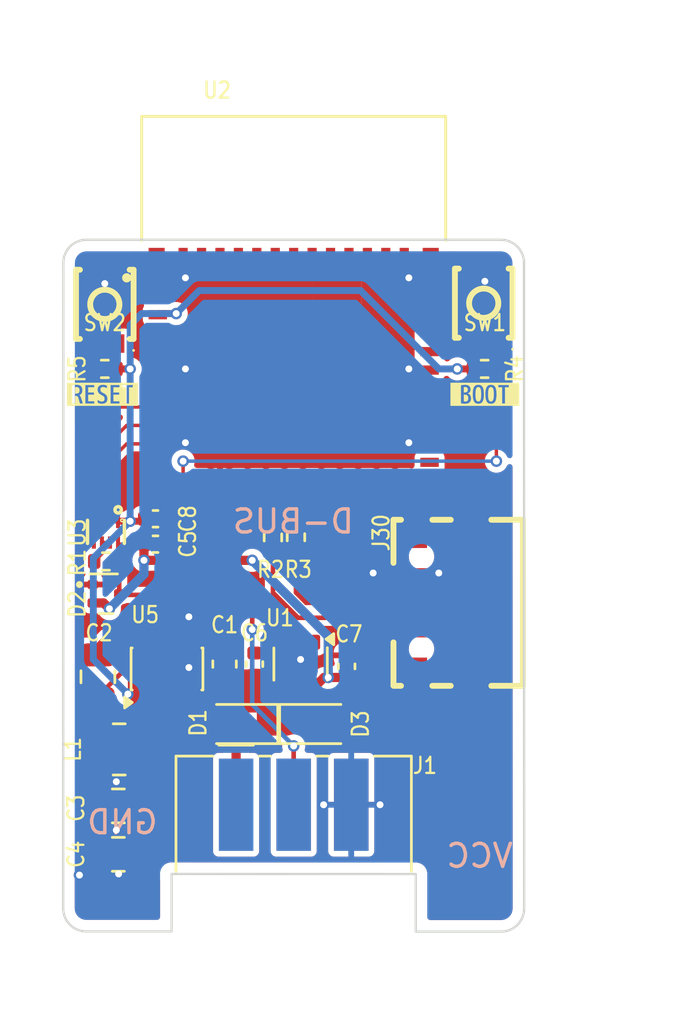
<source format=kicad_pcb>
(kicad_pcb (version 20241229) (generator "pcbnew") (generator_version "9.0")
  (layers (0 "F.Cu" signal) (2 "B.Cu" signal) (13 "F.Paste" user) (15 "B.Paste" user) (5 "F.SilkS" user "F.Silkscreen") (7 "B.SilkS" user "B.Silkscreen") (1 "F.Mask" user) (3 "B.Mask" user) (25 "Edge.Cuts" user))
  (net 0 "")
  (net 1 "Net-(U5-SW)")
  (net 2 "Net-(U5-BST)")
  (net 3 "VCC")
  (net 4 "GND")
  (net 5 "+5V")
  (net 6 "+3.3V")
  (net 27 "Net-(U3-B1)")
  (net 30 "DBUS-TX")
  (net 31 "D-BUS")
  (net 32 "DBUS-RX")
  (net 33 "USB-D-")
  (net 34 "USB-D+")
  (net 36 "Net-(D1-A)")
  (net 37 "Net-(D3-A)")
  (net 38 "Net-(U2-IO12)")
  (net 39 "Net-(U2-IO13)")
  (net 44 "BOOT")
  (net 45 "RESET")
  (footprint "Capacitor_SMD:C_0402_1005Metric" (layer "F.Cu") (at 124.3 79.5 90)
    (property "Reference" "C7" (at 1.4 0.1 0) (layer "F.SilkS") (effects (font (size 0.7 0.6) (thickness 0.1))))
    (property "Value" "1uF")
    (fp_line (start -0.107836 -0.36) (end 0.107836 -0.36) (stroke (width 0.12)) (layer "F.SilkS"))
    (fp_line (start -0.107836 0.36) (end 0.107836 0.36) (stroke (width 0.12)) (layer "F.SilkS"))
    (pad "1" smd roundrect (at -0.48 0 90) (size 0.56 0.62) (layers "F.Cu" "F.Mask" "F.Paste") (net 5 "+5V"))
    (pad "2" smd roundrect (at 0.48 0 90) (size 0.56 0.62) (layers "F.Cu" "F.Mask" "F.Paste") (net 4 "GND"))
  )
  (footprint "footprints:X2SON-8_L1.4-W1.0-P0.35-BL" (layer "F.Cu") (at 113.85 73.65 180)
    (property "Reference" "U3" (at 1.25 -0.05 90) (layer "F.SilkS") (effects (font (size 0.7 0.6) (thickness 0.1))))
    (property "Value" "TXS0102DQER")
    (fp_line (start 0.800076 -0.515316) (end 0.800076 0.484684) (stroke (width 0.150013)) (layer "F.SilkS"))
    (fp_line (start -0.799924 -0.515316) (end -0.799924 0.484684) (stroke (width 0.150013)) (layer "F.SilkS"))
    (fp_circle (center -0.530099 0.940056) (end -0.466599 0.940056) (stroke (width 0.150013)) (fill no) (layer "F.SilkS"))
    (fp_circle (center -0.700533 0.485141) (end -0.670561 0.485141) (stroke (width 0.059995)) (fill no) (layer "F.SilkS"))
    (pad "1" smd rect (at -0.525019 0.445009 180) (size 0.175006 0.6) (layers "F.Cu" "F.Mask" "F.Paste") (net 6 "+3.3V"))
    (pad "2" smd rect (at -0.175006 0.480061 180) (size 0.175006 0.529997) (layers "F.Cu" "F.Mask" "F.Paste") (net 32 "DBUS-RX"))
    (pad "3" smd rect (at 0.175006 0.480061 180) (size 0.175006 0.529997) (layers "F.Cu" "F.Mask" "F.Paste") (net 30 "DBUS-TX"))
    (pad "4" smd rect (at 0.525019 0.480061 180) (size 0.175006 0.529997) (layers "F.Cu" "F.Mask" "F.Paste") (net 4 "GND"))
    (pad "5" smd rect (at 0.525019 -0.479807 180) (size 0.175006 0.529997) (layers "F.Cu" "F.Mask" "F.Paste") (net 4 "GND"))
    (pad "6" smd rect (at 0.175006 -0.479807 180) (size 0.175006 0.529997) (layers "F.Cu" "F.Mask" "F.Paste") (net 27 "Net-(U3-B1)"))
    (pad "7" smd rect (at -0.175006 -0.480061 180) (size 0.175006 0.529997) (layers "F.Cu" "F.Mask" "F.Paste") (net 27 "Net-(U3-B1)"))
    (pad "8" smd rect (at -0.525019 -0.479807 180) (size 0.175006 0.529997) (layers "F.Cu" "F.Mask" "F.Paste") (net 5 "+5V"))
  )
  (footprint "footprints:SW-SMD_L3.0-W2.5-P3.40-LS4.0-L" (layer "F.Cu") (at 130.25 63.75 90)
    (property "Reference" "SW1" (at -0.85 0.05 180) (layer "F.SilkS") (effects (font (size 0.7 0.6) (thickness 0.1))))
    (property "Value" "TS-3025-B-C-B")
    (fp_line (start 1.5 -1.250013) (end -1.5 -1.250013) (stroke (width 0.254001)) (layer "F.SilkS"))
    (fp_line (start 1.5 -1.250013) (end 1.5 -1.081153) (stroke (width 0.254001)) (layer "F.SilkS"))
    (fp_line (start -1.5 -1.250013) (end -1.5 -1.081153) (stroke (width 0.254001)) (layer "F.SilkS"))
    (fp_line (start 1.5 1.081153) (end 1.5 1.250013) (stroke (width 0.254001)) (layer "F.SilkS"))
    (fp_line (start -1.5 1.081153) (end -1.5 1.250013) (stroke (width 0.254001)) (layer "F.SilkS"))
    (fp_line (start 1.5 1.250013) (end -1.5 1.250013) (stroke (width 0.254001)) (layer "F.SilkS"))
    (fp_circle (center -0.000025 0) (end 0.634976 0) (stroke (width 0.254001)) (fill no) (layer "F.SilkS"))
    (fp_circle (center -1.998324 1.249987) (end -1.968326 1.249987) (stroke (width 0.059995)) (fill no) (layer "F.SilkS"))
    (pad "1" smd rect (at -1.700051 0 90) (size 0.8 1.7) (layers "F.Cu" "F.Mask" "F.Paste") (net 44 "BOOT"))
    (pad "2" smd rect (at 1.7 0 90) (size 0.8 1.7) (layers "F.Cu" "F.Mask" "F.Paste") (net 4 "GND"))
  )
  (footprint "Capacitor_SMD:C_0805_2012Metric" (layer "F.Cu") (at 114.3875 87.65 180)
    (property "Reference" "C4" (at 1.8375 0 90) (layer "F.SilkS") (effects (font (size 0.7 0.6) (thickness 0.1))))
    (property "Value" "22uF")
    (fp_line (start -0.261252 0.735) (end 0.261252 0.735) (stroke (width 0.12)) (layer "F.SilkS"))
    (fp_line (start -0.261252 -0.735) (end 0.261252 -0.735) (stroke (width 0.12)) (layer "F.SilkS"))
    (pad "1" smd roundrect (at -0.95 0 180) (size 1 1.45) (layers "F.Cu" "F.Mask" "F.Paste") (net 6 "+3.3V"))
    (pad "2" smd roundrect (at 0.95 0 180) (size 1 1.45) (layers "F.Cu" "F.Mask" "F.Paste") (net 4 "GND"))
  )
  (footprint "Resistor_SMD:R_0402_1005Metric" (layer "F.Cu") (at 130.29 66.6 180)
    (property "Reference" "R4" (at -1.31 0 90) (layer "F.SilkS") (effects (font (size 0.7 0.6) (thickness 0.1))))
    (property "Value" "10k")
    (fp_line (start -0.153641 0.38) (end 0.153641 0.38) (stroke (width 0.12)) (layer "F.SilkS"))
    (fp_line (start -0.153641 -0.38) (end 0.153641 -0.38) (stroke (width 0.12)) (layer "F.SilkS"))
    (pad "1" smd roundrect (at -0.51 0 180) (size 0.54 0.64) (layers "F.Cu" "F.Mask" "F.Paste") (net 44 "BOOT"))
    (pad "2" smd roundrect (at 0.51 0 180) (size 0.54 0.64) (layers "F.Cu" "F.Mask" "F.Paste") (net 6 "+3.3V"))
  )
  (footprint "Capacitor_SMD:C_0402_1005Metric" (layer "F.Cu") (at 116 73.1)
    (property "Reference" "C8" (at 1.4 0 90) (layer "F.SilkS") (effects (font (size 0.7 0.6) (thickness 0.1))))
    (property "Value" "100nF")
    (fp_line (start -0.107836 -0.36) (end 0.107836 -0.36) (stroke (width 0.12)) (layer "F.SilkS"))
    (fp_line (start -0.107836 0.36) (end 0.107836 0.36) (stroke (width 0.12)) (layer "F.SilkS"))
    (pad "1" smd roundrect (at -0.48 0) (size 0.56 0.62) (layers "F.Cu" "F.Mask" "F.Paste") (net 6 "+3.3V"))
    (pad "2" smd roundrect (at 0.48 0) (size 0.56 0.62) (layers "F.Cu" "F.Mask" "F.Paste") (net 4 "GND"))
  )
  (footprint "Package_TO_SOT_SMD:SOT-353_SC-70-5" (layer "F.Cu") (at 122.3 79.4 -90)
    (property "Reference" "U1" (at -2 0.9 180) (layer "F.SilkS") (effects (font (size 0.7 0.6) (thickness 0.1))))
    (property "Value" "NCP715SQ50T2G")
    (fp_line (start -0.7 1.16) (end 0.7 1.16) (stroke (width 0.12)) (layer "F.SilkS"))
    (fp_line (start -0.71 -1.16) (end 0.7 -1.16) (stroke (width 0.12)) (layer "F.SilkS"))
    (fp_poly (pts (xy -1.08 -1.11) (xy -1.32 -1.44) (xy -0.84 -1.44) (xy -1.08 -1.11)) (stroke (width 0.12)) (fill yes) (layer "F.SilkS"))
    (pad "1" smd roundrect (at -0.95 -0.65 270) (size 0.65 0.4) (layers "F.Cu" "F.Mask" "F.Paste"))
    (pad "2" smd roundrect (at -0.95 0 270) (size 0.65 0.4) (layers "F.Cu" "F.Mask" "F.Paste") (net 4 "GND"))
    (pad "3" smd roundrect (at -0.95 0.65 270) (size 0.65 0.4) (layers "F.Cu" "F.Mask" "F.Paste"))
    (pad "4" smd roundrect (at 0.95 0.65 270) (size 0.65 0.4) (layers "F.Cu" "F.Mask" "F.Paste") (net 3 "VCC"))
    (pad "5" smd roundrect (at 0.95 -0.65 270) (size 0.65 0.4) (layers "F.Cu" "F.Mask" "F.Paste") (net 5 "+5V"))
  )
  (footprint "Package_TO_SOT_SMD:TSOT-23-6" (layer "F.Cu") (at 116.5 79.6125 90)
    (property "Reference" "U5" (at 2.35 -0.95 0) (layer "F.SilkS") (effects (font (size 0.7 0.6) (thickness 0.1))))
    (property "Value" "AP63203WU")
    (fp_line (start 0.91 -1.56) (end 0.91 -1.51) (stroke (width 0.12)) (layer "F.SilkS"))
    (fp_line (start -0.91 -1.56) (end 0.91 -1.56) (stroke (width 0.12)) (layer "F.SilkS"))
    (fp_line (start -0.91 -1.51) (end -0.91 -1.56) (stroke (width 0.12)) (layer "F.SilkS"))
    (fp_line (start 0.91 1.51) (end 0.91 1.56) (stroke (width 0.12)) (layer "F.SilkS"))
    (fp_line (start 0.91 1.56) (end -0.91 1.56) (stroke (width 0.12)) (layer "F.SilkS"))
    (fp_line (start -0.91 1.56) (end -0.91 1.51) (stroke (width 0.12)) (layer "F.SilkS"))
    (fp_poly (pts (xy -1.45 -1.51) (xy -1.69 -1.84) (xy -1.21 -1.84)) (stroke (width 0.12)) (fill yes) (layer "F.SilkS"))
    (pad "1" smd roundrect (at -1.1375 -0.95 90) (size 1.325 0.6) (layers "F.Cu" "F.Mask" "F.Paste") (net 6 "+3.3V"))
    (pad "2" smd roundrect (at -1.1375 0 90) (size 1.325 0.6) (layers "F.Cu" "F.Mask" "F.Paste") (net 3 "VCC"))
    (pad "3" smd roundrect (at -1.1375 0.95 90) (size 1.325 0.6) (layers "F.Cu" "F.Mask" "F.Paste") (net 3 "VCC"))
    (pad "4" smd roundrect (at 1.1375 0.95 90) (size 1.325 0.6) (layers "F.Cu" "F.Mask" "F.Paste") (net 4 "GND"))
    (pad "5" smd roundrect (at 1.1375 0 90) (size 1.325 0.6) (layers "F.Cu" "F.Mask" "F.Paste") (net 1 "Net-(U5-SW)"))
    (pad "6" smd roundrect (at 1.1375 -0.95 90) (size 1.325 0.6) (layers "F.Cu" "F.Mask" "F.Paste") (net 2 "Net-(U5-BST)"))
  )
  (footprint "Inductor_SMD:L_1008_2520Metric" (layer "F.Cu") (at 114.425 83.1)
    (property "Reference" "L1" (at -2.025 0 90) (layer "F.SilkS") (effects (font (size 0.7 0.6) (thickness 0.1))))
    (property "Value" "4.7uH")
    (fp_line (start -0.261252 -1.11) (end 0.261252 -1.11) (stroke (width 0.12)) (layer "F.SilkS"))
    (fp_line (start -0.261252 1.11) (end 0.261252 1.11) (stroke (width 0.12)) (layer "F.SilkS"))
    (pad "1" smd roundrect (at -1.075 0) (size 1.25 2.2) (layers "F.Cu" "F.Mask" "F.Paste") (roundrect_rratio 0.2) (net 1 "Net-(U5-SW)"))
    (pad "2" smd roundrect (at 1.075 0) (size 1.25 2.2) (layers "F.Cu" "F.Mask" "F.Paste") (roundrect_rratio 0.2) (net 6 "+3.3V"))
  )
  (footprint "footprints:XCVR_ESP32-C6-MINI-1-N4" (layer "F.Cu") (at 122 66.65)
    (property "Reference" "U2" (at -3.325 -12.135 0) (layer "F.SilkS") (effects (font (size 0.7 0.6) (thickness 0.1))))
    (property "Value" "ESP32-C6-MINI-1-N4")
    (fp_line (start -6.6 -11) (end 6.6 -11) (stroke (width 0.127)) (layer "F.SilkS"))
    (fp_line (start -6.6 -5.62) (end -6.6 -11) (stroke (width 0.127)) (layer "F.SilkS"))
    (fp_line (start 6.6 -11) (end 6.6 -5.62) (stroke (width 0.127)) (layer "F.SilkS"))
    (fp_circle (center -7.25 -4) (end -7.15 -4) (stroke (width 0.2)) (fill no) (layer "F.SilkS"))
    (pad "1" smd rect (at -5.9 -4) (size 0.8 0.4) (layers "F.Cu" "F.Mask" "F.Paste") (net 4 "GND"))
    (pad "2" smd rect (at -5.9 -3.2) (size 0.8 0.4) (layers "F.Cu" "F.Mask" "F.Paste") (net 4 "GND"))
    (pad "3" smd rect (at -5.9 -2.4) (size 0.8 0.4) (layers "F.Cu" "F.Mask" "F.Paste") (net 6 "+3.3V"))
    (pad "4" smd rect (at -5.9 -1.6) (size 0.8 0.4) (layers "F.Cu" "F.Mask" "F.Paste"))
    (pad "5" smd rect (at -5.9 -0.8) (size 0.8 0.4) (layers "F.Cu" "F.Mask" "F.Paste"))
    (pad "6" smd rect (at -5.9 0) (size 0.8 0.4) (layers "F.Cu" "F.Mask" "F.Paste"))
    (pad "7" smd rect (at -5.9 0.8) (size 0.8 0.4) (layers "F.Cu" "F.Mask" "F.Paste"))
    (pad "8" smd rect (at -5.9 1.6) (size 0.8 0.4) (layers "F.Cu" "F.Mask" "F.Paste") (net 45 "RESET"))
    (pad "9" smd rect (at -5.9 2.4) (size 0.8 0.4) (layers "F.Cu" "F.Mask" "F.Paste") (net 30 "DBUS-TX"))
    (pad "10" smd rect (at -5.9 3.2) (size 0.8 0.4) (layers "F.Cu" "F.Mask" "F.Paste") (net 32 "DBUS-RX"))
    (pad "11" smd rect (at -5.9 4) (size 0.8 0.4) (layers "F.Cu" "F.Mask" "F.Paste") (net 4 "GND"))
    (pad "12" smd rect (at -4.8 4.9) (size 0.4 0.8) (layers "F.Cu" "F.Mask" "F.Paste") (net 44 "BOOT"))
    (pad "13" smd rect (at -4 4.9) (size 0.4 0.8) (layers "F.Cu" "F.Mask" "F.Paste"))
    (pad "14" smd rect (at -3.2 4.9) (size 0.4 0.8) (layers "F.Cu" "F.Mask" "F.Paste") (net 4 "GND"))
    (pad "15" smd rect (at -2.4 4.9) (size 0.4 0.8) (layers "F.Cu" "F.Mask" "F.Paste"))
    (pad "16" smd rect (at -1.6 4.9) (size 0.4 0.8) (layers "F.Cu" "F.Mask" "F.Paste"))
    (pad "17" smd rect (at -0.8 4.9) (size 0.4 0.8) (layers "F.Cu" "F.Mask" "F.Paste") (net 38 "Net-(U2-IO12)"))
    (pad "18" smd rect (at 0 4.9) (size 0.4 0.8) (layers "F.Cu" "F.Mask" "F.Paste") (net 39 "Net-(U2-IO13)"))
    (pad "19" smd rect (at 0.8 4.9) (size 0.4 0.8) (layers "F.Cu" "F.Mask" "F.Paste"))
    (pad "20" smd rect (at 1.6 4.9) (size 0.4 0.8) (layers "F.Cu" "F.Mask" "F.Paste"))
    (pad "21" smd rect (at 2.4 4.9) (size 0.4 0.8) (layers "F.Cu" "F.Mask" "F.Paste"))
    (pad "22" smd rect (at 3.2 4.9) (size 0.4 0.8) (layers "F.Cu" "F.Mask" "F.Paste"))
    (pad "23" smd rect (at 4 4.9) (size 0.4 0.8) (layers "F.Cu" "F.Mask" "F.Paste"))
    (pad "24" smd rect (at 4.8 4.9) (size 0.4 0.8) (layers "F.Cu" "F.Mask" "F.Paste"))
    (pad "25" smd rect (at 5.9 4) (size 0.8 0.4) (layers "F.Cu" "F.Mask" "F.Paste"))
    (pad "26" smd rect (at 5.9 3.2) (size 0.8 0.4) (layers "F.Cu" "F.Mask" "F.Paste"))
    (pad "27" smd rect (at 5.9 2.4) (size 0.8 0.4) (layers "F.Cu" "F.Mask" "F.Paste"))
    (pad "28" smd rect (at 5.9 1.6) (size 0.8 0.4) (layers "F.Cu" "F.Mask" "F.Paste"))
    (pad "29" smd rect (at 5.9 0.8) (size 0.8 0.4) (layers "F.Cu" "F.Mask" "F.Paste"))
    (pad "30" smd rect (at 5.9 0) (size 0.8 0.4) (layers "F.Cu" "F.Mask" "F.Paste"))
    (pad "31" smd rect (at 5.9 -0.8) (size 0.8 0.4) (layers "F.Cu" "F.Mask" "F.Paste"))
    (pad "32" smd rect (at 5.9 -1.6) (size 0.8 0.4) (layers "F.Cu" "F.Mask" "F.Paste"))
    (pad "33" smd rect (at 5.9 -2.4) (size 0.8 0.4) (layers "F.Cu" "F.Mask" "F.Paste"))
    (pad "34" smd rect (at 5.9 -3.2) (size 0.8 0.4) (layers "F.Cu" "F.Mask" "F.Paste"))
    (pad "35" smd rect (at 5.9 -4) (size 0.8 0.4) (layers "F.Cu" "F.Mask" "F.Paste"))
    (pad "36" smd rect (at 4.8 -4.9) (size 0.4 0.8) (layers "F.Cu" "F.Mask" "F.Paste") (net 4 "GND"))
    (pad "37" smd rect (at 4 -4.9) (size 0.4 0.8) (layers "F.Cu" "F.Mask" "F.Paste") (net 4 "GND"))
    (pad "38" smd rect (at 3.2 -4.9) (size 0.4 0.8) (layers "F.Cu" "F.Mask" "F.Paste") (net 4 "GND"))
    (pad "39" smd rect (at 2.4 -4.9) (size 0.4 0.8) (layers "F.Cu" "F.Mask" "F.Paste") (net 4 "GND"))
    (pad "40" smd rect (at 1.6 -4.9) (size 0.4 0.8) (layers "F.Cu" "F.Mask" "F.Paste") (net 4 "GND"))
    (pad "41" smd rect (at 0.8 -4.9) (size 0.4 0.8) (layers "F.Cu" "F.Mask" "F.Paste") (net 4 "GND"))
    (pad "42" smd rect (at 0 -4.9) (size 0.4 0.8) (layers "F.Cu" "F.Mask" "F.Paste") (net 4 "GND"))
    (pad "43" smd rect (at -0.8 -4.9) (size 0.4 0.8) (layers "F.Cu" "F.Mask" "F.Paste") (net 4 "GND"))
    (pad "44" smd rect (at -1.6 -4.9) (size 0.4 0.8) (layers "F.Cu" "F.Mask" "F.Paste") (net 4 "GND"))
    (pad "45" smd rect (at -2.4 -4.9) (size 0.4 0.8) (layers "F.Cu" "F.Mask" "F.Paste") (net 4 "GND"))
    (pad "46" smd rect (at -3.2 -4.9) (size 0.4 0.8) (layers "F.Cu" "F.Mask" "F.Paste") (net 4 "GND"))
    (pad "47" smd rect (at -4 -4.9) (size 0.4 0.8) (layers "F.Cu" "F.Mask" "F.Paste") (net 4 "GND"))
    (pad "48" smd rect (at -4.8 -4.9) (size 0.4 0.8) (layers "F.Cu" "F.Mask" "F.Paste") (net 4 "GND"))
    (pad "49_1" smd custom (at -1.975 -1.975) (size 0.4 0.4) (layers "F.Cu") (net 4 "GND") (options (clearance outline) (anchor rect)) (primitives (gr_poly (pts (xy -0.725 0.725) (xy 0.725 0.725) (xy 0.725 -0.725) (xy -0.125 -0.725) (xy -0.725 -0.125)) (width 0.01) (fill yes))))
    (pad "49_2" smd rect (at 0 -1.975) (size 1.45 1.45) (layers "F.Cu" "F.Mask" "F.Paste") (net 4 "GND"))
    (pad "49_3" smd rect (at 1.975 -1.975) (size 1.45 1.45) (layers "F.Cu" "F.Mask" "F.Paste") (net 4 "GND"))
    (pad "49_4" smd rect (at -1.975 0) (size 1.45 1.45) (layers "F.Cu" "F.Mask" "F.Paste") (net 4 "GND"))
    (pad "49_5" smd rect (at 0 0) (size 1.45 1.45) (layers "F.Cu" "F.Mask" "F.Paste") (net 4 "GND"))
    (pad "49_6" smd rect (at 1.975 0) (size 1.45 1.45) (layers "F.Cu" "F.Mask" "F.Paste") (net 4 "GND"))
    (pad "49_7" smd rect (at -1.975 1.975) (size 1.45 1.45) (layers "F.Cu" "F.Mask" "F.Paste") (net 4 "GND"))
    (pad "49_8" smd rect (at 0 1.975) (size 1.45 1.45) (layers "F.Cu" "F.Mask" "F.Paste") (net 4 "GND"))
    (pad "49_9" smd rect (at 1.975 1.975) (size 1.45 1.45) (layers "F.Cu" "F.Mask" "F.Paste") (net 4 "GND"))
    (pad "50" smd rect (at 5.95 -4.95) (size 0.7 0.7) (layers "F.Cu" "F.Mask" "F.Paste") (net 4 "GND"))
    (pad "51" smd rect (at 5.95 4.95) (size 0.7 0.7) (layers "F.Cu" "F.Mask" "F.Paste") (net 4 "GND"))
    (pad "52" smd rect (at -5.95 4.95) (size 0.7 0.7) (layers "F.Cu" "F.Mask" "F.Paste") (net 4 "GND"))
    (pad "53" smd rect (at -5.95 -4.95) (size 0.7 0.7) (layers "F.Cu" "F.Mask" "F.Paste") (net 4 "GND"))
    (zone (net 0) (net_name "") (layer "F.Cu") (connect_pads (clearance 0)) (min_thickness 0.01)
      (keepout (tracks not_allowed) (vias not_allowed) (pads not_allowed) (copperpour not_allowed) (footprints allowed))
      (fill (thermal_gap 0.508) (thermal_bridge_width 0.508))
      (polygon (pts (xy 115.4 55.65) (xy 128.6 55.65) (xy 128.6 61.05) (xy 115.4 61.05)))
    )
  )
  (footprint "Diode_SMD:D_SOD-323" (layer "F.Cu") (at 123 82)
    (property "Reference" "D3" (at 1.9 0 90) (layer "F.SilkS") (effects (font (size 0.7 0.6) (thickness 0.1))))
    (property "Value" "BAT760,115")
    (fp_line (start -1.61 -0.85) (end -1.61 0.85) (stroke (width 0.12)) (layer "F.SilkS"))
    (fp_line (start -1.61 -0.85) (end 1.05 -0.85) (stroke (width 0.12)) (layer "F.SilkS"))
    (fp_line (start -1.61 0.85) (end 1.05 0.85) (stroke (width 0.12)) (layer "F.SilkS"))
    (pad "1" smd roundrect (at -1.05 0) (size 0.6 0.45) (layers "F.Cu" "F.Mask" "F.Paste") (net 3 "VCC"))
    (pad "2" smd roundrect (at 1.05 0) (size 0.6 0.45) (layers "F.Cu" "F.Mask" "F.Paste") (net 37 "Net-(D3-A)"))
  )
  (footprint "Package_TO_SOT_SMD:SOT-723" (layer "F.Cu") (at 113.85 76.35)
    (property "Reference" "D2" (at -1.25 0.45 90) (layer "F.SilkS") (effects (font (size 0.7 0.6) (thickness 0.1))))
    (property "Value" "1SS362FV,L3F")
    (fp_line (start 0.3 0.86) (end -0.3 0.86) (stroke (width 0.12)) (layer "F.SilkS"))
    (fp_line (start 0.5 -0.86) (end -0.7 -0.86) (stroke (width 0.12)) (layer "F.SilkS"))
    (fp_circle (center -1.15 -0.4) (end -1 -0.4) (fill yes) (layer "F.SilkS"))
    (pad "1" smd roundrect (at -0.575 -0.4) (size 0.45 0.4) (layers "F.Cu" "F.Mask" "F.Paste") (net 4 "GND"))
    (pad "2" smd roundrect (at -0.575 0.4) (size 0.45 0.4) (layers "F.Cu" "F.Mask" "F.Paste") (net 5 "+5V"))
    (pad "3" smd roundrect (at 0.575 0) (size 0.45 0.4) (layers "F.Cu" "F.Mask" "F.Paste") (net 31 "D-BUS"))
  )
  (footprint "Resistor_SMD:R_0402_1005Metric" (layer "F.Cu") (at 113.85 74.95 180)
    (property "Reference" "R1" (at 1.25 -0.05 90) (layer "F.SilkS") (effects (font (size 0.7 0.6) (thickness 0.1))))
    (property "Value" "150")
    (fp_line (start -0.153641 0.38) (end 0.153641 0.38) (stroke (width 0.12)) (layer "F.SilkS"))
    (fp_line (start -0.153641 -0.38) (end 0.153641 -0.38) (stroke (width 0.12)) (layer "F.SilkS"))
    (pad "1" smd roundrect (at -0.51 0 180) (size 0.54 0.64) (layers "F.Cu" "F.Mask" "F.Paste") (net 31 "D-BUS"))
    (pad "2" smd roundrect (at 0.51 0 180) (size 0.54 0.64) (layers "F.Cu" "F.Mask" "F.Paste") (net 27 "Net-(U3-B1)"))
  )
  (footprint "Resistor_SMD:R_0402_1005Metric" (layer "F.Cu") (at 113.8 66.6)
    (property "Reference" "R5" (at -1.2 0 90) (layer "F.SilkS") (effects (font (size 0.7 0.6) (thickness 0.1))))
    (property "Value" "10k")
    (fp_line (start -0.153641 -0.38) (end 0.153641 -0.38) (stroke (width 0.12)) (layer "F.SilkS"))
    (fp_line (start -0.153641 0.38) (end 0.153641 0.38) (stroke (width 0.12)) (layer "F.SilkS"))
    (pad "1" smd roundrect (at -0.51 0) (size 0.54 0.64) (layers "F.Cu" "F.Mask" "F.Paste") (net 45 "RESET"))
    (pad "2" smd roundrect (at 0.51 0) (size 0.54 0.64) (layers "F.Cu" "F.Mask" "F.Paste") (net 6 "+3.3V"))
  )
  (footprint "Capacitor_SMD:C_0402_1005Metric" (layer "F.Cu") (at 120.3 79.4 90)
    (property "Reference" "C6" (at 1.35 0 180) (layer "F.SilkS") (effects (font (size 0.7 0.6) (thickness 0.1))))
    (property "Value" "1uF")
    (fp_line (start -0.107836 -0.36) (end 0.107836 -0.36) (stroke (width 0.12)) (layer "F.SilkS"))
    (fp_line (start -0.107836 0.36) (end 0.107836 0.36) (stroke (width 0.12)) (layer "F.SilkS"))
    (pad "1" smd roundrect (at -0.48 0 90) (size 0.56 0.62) (layers "F.Cu" "F.Mask" "F.Paste") (net 3 "VCC"))
    (pad "2" smd roundrect (at 0.48 0 90) (size 0.56 0.62) (layers "F.Cu" "F.Mask" "F.Paste") (net 4 "GND"))
  )
  (footprint "Diode_SMD:D_SOD-323" (layer "F.Cu") (at 119.7 82 180)
    (property "Reference" "D1" (at 1.85 0.05 90) (layer "F.SilkS") (effects (font (size 0.7 0.6) (thickness 0.1))))
    (property "Value" "BAT760,115")
    (fp_line (start -1.61 0.85) (end 1.05 0.85) (stroke (width 0.12)) (layer "F.SilkS"))
    (fp_line (start -1.61 -0.85) (end 1.05 -0.85) (stroke (width 0.12)) (layer "F.SilkS"))
    (fp_line (start -1.61 -0.85) (end -1.61 0.85) (stroke (width 0.12)) (layer "F.SilkS"))
    (pad "1" smd roundrect (at -1.05 0 180) (size 0.6 0.45) (layers "F.Cu" "F.Mask" "F.Paste") (net 3 "VCC"))
    (pad "2" smd roundrect (at 1.05 0 180) (size 0.6 0.45) (layers "F.Cu" "F.Mask" "F.Paste") (net 36 "Net-(D1-A)"))
  )
  (footprint "footprints:J_Wurth_WR-RAST_667101230103" (layer "F.Cu") (at 122 85.5)
    (property "Reference" "J1" (at 5.7 -1.7 0) (layer "F.SilkS") (effects (font (size 0.7 0.6) (thickness 0.1))))
    (property "Value" "667101210103" (hide yes))
    (fp_line (start -5.11 -2.11) (end -5.11 2.88) (stroke (width 0.12)) (layer "F.SilkS"))
    (fp_line (start -5.11 -2.11) (end -3.51 -2.11) (stroke (width 0.12)) (layer "F.SilkS"))
    (fp_line (start -3.25 -2.585) (end -1.75 -2.585) (stroke (width 0.12)) (layer "F.SilkS"))
    (fp_line (start -1.49 -2.11) (end -1.01 -2.11) (stroke (width 0.12)) (layer "F.SilkS"))
    (fp_line (start 1.01 -2.11) (end 1.49 -2.11) (stroke (width 0.12)) (layer "F.SilkS"))
    (fp_line (start 5.11 -2.11) (end 3.51 -2.11) (stroke (width 0.12)) (layer "F.SilkS"))
    (fp_line (start 5.11 -2.11) (end 5.11 2.88) (stroke (width 0.12)) (layer "F.SilkS"))
    (pad "A1" smd rect (at -2.5 0) (size 1.5 4) (layers "F.Cu" "F.Mask" "F.Paste") (net 36 "Net-(D1-A)"))
    (pad "A2" smd rect (at 0 0) (size 1.5 4) (layers "F.Cu" "F.Mask" "F.Paste") (net 31 "D-BUS"))
    (pad "A3" smd rect (at 2.5 0) (size 1.5 4) (layers "F.Cu" "F.Mask" "F.Paste") (net 4 "GND"))
    (pad "B1" smd rect (at -2.5 0) (size 1.5 4) (layers "F.Mask" "B.Cu" "F.Paste") (net 36 "Net-(D1-A)"))
    (pad "B2" smd rect (at 0 0) (size 1.5 4) (layers "F.Mask" "B.Cu" "F.Paste") (net 31 "D-BUS"))
    (pad "B3" smd rect (at 2.5 0) (size 1.5 4) (layers "F.Mask" "B.Cu" "F.Paste") (net 4 "GND"))
  )
  (footprint "Capacitor_SMD:C_0603_1608Metric" (layer "F.Cu") (at 119 79.4 90)
    (property "Reference" "C1" (at 1.7 0 0) (layer "F.SilkS") (effects (font (size 0.7 0.6) (thickness 0.1))))
    (property "Value" "10uF")
    (fp_line (start -0.14058 -0.51) (end 0.14058 -0.51) (stroke (width 0.12)) (layer "F.SilkS"))
    (fp_line (start -0.14058 0.51) (end 0.14058 0.51) (stroke (width 0.12)) (layer "F.SilkS"))
    (pad "1" smd roundrect (at -0.775 0 90) (size 0.9 0.95) (layers "F.Cu" "F.Mask" "F.Paste") (net 3 "VCC"))
    (pad "2" smd roundrect (at 0.775 0 90) (size 0.9 0.95) (layers "F.Cu" "F.Mask" "F.Paste") (net 4 "GND"))
  )
  (footprint "Resistor_SMD:R_0402_1005Metric" (layer "F.Cu") (at 121.1 73.91 -90)
    (property "Reference" "R2" (at 1.39 0.1 180) (layer "F.SilkS") (effects (font (size 0.7 0.6) (thickness 0.1))))
    (property "Value" "22")
    (fp_line (start -0.153641 0.38) (end 0.153641 0.38) (stroke (width 0.12)) (layer "F.SilkS"))
    (fp_line (start -0.153641 -0.38) (end 0.153641 -0.38) (stroke (width 0.12)) (layer "F.SilkS"))
    (pad "1" smd roundrect (at -0.51 0 270) (size 0.54 0.64) (layers "F.Cu" "F.Mask" "F.Paste") (net 38 "Net-(U2-IO12)"))
    (pad "2" smd roundrect (at 0.51 0 270) (size 0.54 0.64) (layers "F.Cu" "F.Mask" "F.Paste") (net 33 "USB-D-"))
  )
  (footprint "Capacitor_SMD:C_0805_2012Metric" (layer "F.Cu") (at 113.5 79.95 90)
    (property "Reference" "C2" (at 1.9 0.05 0) (layer "F.SilkS") (effects (font (size 0.7 0.6) (thickness 0.1))))
    (property "Value" "100nF")
    (fp_line (start -0.261252 -0.735) (end 0.261252 -0.735) (stroke (width 0.12)) (layer "F.SilkS"))
    (fp_line (start -0.261252 0.735) (end 0.261252 0.735) (stroke (width 0.12)) (layer "F.SilkS"))
    (pad "1" smd roundrect (at -0.95 0 90) (size 1 1.45) (layers "F.Cu" "F.Mask" "F.Paste") (net 1 "Net-(U5-SW)"))
    (pad "2" smd roundrect (at 0.95 0 90) (size 1 1.45) (layers "F.Cu" "F.Mask" "F.Paste") (net 2 "Net-(U5-BST)"))
  )
  (footprint "Capacitor_SMD:C_0805_2012Metric" (layer "F.Cu") (at 114.3875 85.55 180)
    (property "Reference" "C3" (at 1.8375 -0.1 90) (layer "F.SilkS") (effects (font (size 0.7 0.6) (thickness 0.1))))
    (property "Value" "22uF")
    (fp_line (start -0.261252 0.735) (end 0.261252 0.735) (stroke (width 0.12)) (layer "F.SilkS"))
    (fp_line (start -0.261252 -0.735) (end 0.261252 -0.735) (stroke (width 0.12)) (layer "F.SilkS"))
    (pad "1" smd roundrect (at -0.95 0 180) (size 1 1.45) (layers "F.Cu" "F.Mask" "F.Paste") (net 6 "+3.3V"))
    (pad "2" smd roundrect (at 0.95 0 180) (size 1 1.45) (layers "F.Cu" "F.Mask" "F.Paste") (net 4 "GND"))
  )
  (footprint "kibuzzard-695BD43C" (layer "F.Cu") (at 113.7 67.7)
    (property "Reference" "kibuzzard-695BD43C" (hide yes))
    (property "Value" "G***" (hide yes))
    (fp_poly (pts (xy -1.191233 -0.027397) (xy -1.148493 -0.027397) (xy -1.07726 -0.035616) (xy -1.030137 -0.060274) (xy -1.003836 -0.104658) (xy -0.995068 -0.172055) (xy -1.003288 -0.236575) (xy -1.027945 -0.281096) (xy -1.069315 -0.306986) (xy -1.127671 -0.315616) (xy -1.191233 -0.306849) (xy -1.191233 -0.027397)) (fill yes) (layer "F.SilkS"))
    (fp_poly (pts (xy -1.313973 -0.502283) (xy -1.542283 -0.502283) (xy -1.542283 0.502283) (xy -1.313973 0.502283) (xy -0.853699 0.502283) (xy -0.853699 0.4) (xy -0.979726 0.4) (xy -1.043288 0.169863) (xy -1.061233 0.120137) (xy -1.082192 0.089315) (xy -1.148493 0.067945) (xy -1.191233 0.067945) (xy -1.191233 0.4) (xy -1.313973 0.4) (xy -1.313973 -0.389041) (xy -1.252846 -0.401218) (xy -1.190746 -0.408524) (xy -1.127671 -0.410959) (xy -1.048463 -0.404566) (xy -0.984718 -0.385388) (xy -0.936438 -0.353425) (xy -0.902648 -0.307702) (xy -0.882374 -0.247245) (xy -0.875616 -0.172055) (xy -0.883288 -0.100411) (xy -0.906301 -0.042192) (xy -0.944658 0.002603) (xy -0.998356 0.033973) (xy -0.998356 0.036164) (xy -0.956712 0.090411) (xy -0.921644 0.176438) (xy -0.853699 0.4) (xy -0.853699 0.502283) (xy -0.360548 0.502283) (xy -0.360548 0.4) (xy -0.74411 0.4) (xy -0.74411 -0.4) (xy -0.360548 -0.4) (xy -0.360548 -0.304658) (xy -0.62137 -0.304658) (xy -0.62137 -0.076712) (xy -0.371507 -0.076712) (xy -0.371507 0.016438) (xy -0.62137 0.016438) (xy -0.62137 0.304658) (xy -0.360548 0.304658) (xy -0.360548 0.4) (xy -0.360548 0.502283) (xy -0.023014 0.502283) (xy -0.023014 0.410959) (xy -0.090959 0.405114) (xy -0.153059 0.38758) (xy -0.209315 0.358356) (xy -0.209315 0.244384) (xy -0.151476 0.283957) (xy -0.090472 0.307702) (xy -0.026301 0.315616) (xy 0.022466 0.308082) (xy 0.059178 0.285479) (xy 0.082192 0.248356) (xy 0.089863 0.19726) (xy 0.083973 0.148493) (xy 0.066301 0.109589) (xy 0.034932 0.077534) (xy -0.012055 0.049315) (xy -0.079209 0.014247) (xy -0.131629 -0.022283) (xy -0.169315 -0.060274) (xy -0.203425 -0.124932) (xy -0.214795 -0.20274) (xy -0.200411 -0.290411) (xy -0.15726 -0.356164) (xy -0.113486 -0.386606) (xy -0.058874 -0.404871) (xy 0.006575 -0.410959) (xy 0.070381 -0.407306) (xy 0.13175 -0.396347) (xy 0.190685 -0.378082) (xy 0.190685 -0.268493) (xy 0.106027 -0.303836) (xy 0.020822 -0.315616) (xy -0.027123 -0.308493) (xy -0.063562 -0.287123) (xy -0.086575 -0.253151) (xy -0.094247 -0.208219) (xy -0.084505 -0.152572) (xy -0.055282 -0.108371) (xy -0.006575 -0.075616) (xy 0.068067 -0.037991) (xy 0.125419 0.000365) (xy 0.165479 0.039452) (xy 0.200822 0.107123) (xy 0.212603 0.191781) (xy 0.203178 0.270685) (xy 0.174904 0.332055) (xy 0.127781 0.37589) (xy 0.061808 0.402192) (xy -0.023014 0.410959) (xy -0.023014 0.502283) (xy 0.735342 0.502283) (xy 0.735342 0.4) (xy 0.351781 0.4) (xy 0.351781 -0.4) (xy 0.735342 -0.4) (xy 0.735342 -0.304658) (xy 0.474521 -0.304658) (xy 0.474521 -0.076712) (xy 0.724384 -0.076712) (xy 0.724384 0.016438) (xy 0.474521 0.016438) (xy 0.474521 0.304658) (xy 0.735342 0.304658) (xy 0.735342 0.4) (xy 0.735342 0.502283) (xy 1.150685 0.502283) (xy 1.150685 0.4) (xy 1.027945 0.4) (xy 1.027945 -0.304658) (xy 0.864658 -0.304658) (xy 0.864658 -0.4) (xy 1.313973 -0.4) (xy 1.313973 -0.304658) (xy 1.150685 -0.304658) (xy 1.150685 0.4) (xy 1.150685 0.502283) (xy 1.313973 0.502283) (xy 1.542283 0.502283) (xy 1.542283 -0.502283) (xy 1.313973 -0.502283) (xy -1.313973 -0.502283)) (fill yes) (layer "F.SilkS"))
  )
  (footprint "footprints:MICRO-USB-SMD_MICRO-QTZB5.0" (layer "F.Cu") (at 128.28255 76.742443 90)
    (property "Reference" "J30" (at 3.042443 -2.48255 90) (layer "F.SilkS") (effects (font (size 0.7 0.6) (thickness 0.1))))
    (property "Value" "MICRO QTZB5.0")
    (fp_line (start 3.6 -1.949936) (end 1.73109 -1.949936) (stroke (width 0.254001)) (layer "F.SilkS"))
    (fp_line (start -1.715545 -1.949936) (end -3.584328 -1.949936) (stroke (width 0.254001)) (layer "F.SilkS"))
    (fp_line (start 3.6 -1.623622) (end 3.6 -1.949936) (stroke (width 0.254001)) (layer "F.SilkS"))
    (fp_line (start -3.6 -1.623622) (end -3.6 -1.949936) (stroke (width 0.254001)) (layer "F.SilkS"))
    (fp_line (start 3.6 0.536424) (end 3.6 -0.26129) (stroke (width 0.254001)) (layer "F.SilkS"))
    (fp_line (start -3.6 0.536424) (end -3.6 -0.26129) (stroke (width 0.254001)) (layer "F.SilkS"))
    (fp_line (start -3.6 2.298705) (end -3.6 3.668072) (stroke (width 0.254001)) (layer "F.SilkS"))
    (fp_line (start 3.600051 3.668072) (end 3.600051 2.298705) (stroke (width 0.254001)) (layer "F.SilkS"))
    (fp_line (start -3.6 3.668072) (end 3.600051 3.668072) (stroke (width 0.254001)) (layer "F.SilkS"))
    (fp_circle (center -3.600076 -1.962027) (end -3.570104 -1.962027) (stroke (width 0.059995)) (fill no) (layer "F.SilkS"))
    (pad "" np_thru_hole circle (at -1.999873 -0.731902 90) (size 0.6 0.6) (drill 0.6) (layers "*.Cu" "*.Mask"))
    (pad "" np_thru_hole circle (at 2.000127 -0.73241 90) (size 0.6 0.6) (drill 0.6) (layers "*.Cu" "*.Mask"))
    (pad "1" smd rect (at -1.300102 -1.41745 90) (size 0.4 1.850013) (layers "F.Cu" "F.Mask" "F.Paste") (net 37 "Net-(D3-A)"))
    (pad "2" smd rect (at -0.650114 -1.41745 90) (size 0.4 1.850013) (layers "F.Cu" "F.Mask" "F.Paste") (net 33 "USB-D-"))
    (pad "3" smd rect (at -0.000127 -1.41745 90) (size 0.4 1.850013) (layers "F.Cu" "F.Mask" "F.Paste") (net 34 "USB-D+"))
    (pad "4" smd rect (at 0.64986 -1.41745 90) (size 0.4 1.850013) (layers "F.Cu" "F.Mask" "F.Paste"))
    (pad "5" smd rect (at 1.299848 -1.41745 90) (size 0.4 1.850013) (layers "F.Cu" "F.Mask" "F.Paste") (net 4 "GND"))
    (pad "6" smd rect (at -3.242443 1.41745 90) (size 1.715011 1.3) (layers "F.Cu" "F.Mask" "F.Paste") (net 4 "GND"))
    (pad "6" smd rect (at -3.187579 -0.942469 90) (size 1.624994 0.9) (layers "F.Cu" "F.Mask" "F.Paste") (net 4 "GND"))
    (pad "6" smd rect (at 3.187579 -0.942469 90) (size 1.624994 0.9) (layers "F.Cu" "F.Mask" "F.Paste") (net 4 "GND"))
    (pad "6" smd rect (at 3.242443 1.41745 90) (size 1.715011 1.3) (layers "F.Cu" "F.Mask" "F.Paste") (net 4 "GND"))
  )
  (footprint "Resistor_SMD:R_0402_1005Metric" (layer "F.Cu") (at 122.1 73.9 -90)
    (property "Reference" "R3" (at 1.4 -0.1 180) (layer "F.SilkS") (effects (font (size 0.7 0.6) (thickness 0.1))))
    (property "Value" "22")
    (fp_line (start -0.153641 0.38) (end 0.153641 0.38) (stroke (width 0.12)) (layer "F.SilkS"))
    (fp_line (start -0.153641 -0.38) (end 0.153641 -0.38) (stroke (width 0.12)) (layer "F.SilkS"))
    (pad "1" smd roundrect (at -0.51 0 270) (size 0.54 0.64) (layers "F.Cu" "F.Mask" "F.Paste") (net 39 "Net-(U2-IO13)"))
    (pad "2" smd roundrect (at 0.51 0 270) (size 0.54 0.64) (layers "F.Cu" "F.Mask" "F.Paste") (net 34 "USB-D+"))
  )
  (footprint "Capacitor_SMD:C_0402_1005Metric" (layer "F.Cu") (at 116 74.2)
    (property "Reference" "C5" (at 1.4 0 90) (layer "F.SilkS") (effects (font (size 0.7 0.6) (thickness 0.1))))
    (property "Value" "100nF")
    (fp_line (start -0.107836 -0.36) (end 0.107836 -0.36) (stroke (width 0.12)) (layer "F.SilkS"))
    (fp_line (start -0.107836 0.36) (end 0.107836 0.36) (stroke (width 0.12)) (layer "F.SilkS"))
    (pad "1" smd roundrect (at -0.48 0) (size 0.56 0.62) (layers "F.Cu" "F.Mask" "F.Paste") (net 5 "+5V"))
    (pad "2" smd roundrect (at 0.48 0) (size 0.56 0.62) (layers "F.Cu" "F.Mask" "F.Paste") (net 4 "GND"))
  )
  (footprint "kibuzzard-695BD459" (layer "F.Cu") (at 130.3 67.7)
    (property "Reference" "kibuzzard-695BD459" (hide yes))
    (property "Value" "G***" (hide yes))
    (fp_poly (pts (xy -0.914521 -0.076712) (xy -0.88274 -0.076712) (xy -0.818082 -0.084247) (xy -0.773151 -0.106849) (xy -0.746849 -0.146164) (xy -0.738082 -0.203836) (xy -0.751598 -0.266545) (xy -0.792146 -0.30417) (xy -0.859726 -0.316712) (xy -0.914521 -0.307945) (xy -0.914521 -0.076712)) (fill yes) (layer "F.SilkS"))
    (fp_poly (pts (xy -0.718356 0.167671) (xy -0.727397 0.099452) (xy -0.754521 0.052603) (xy -0.801096 0.025479) (xy -0.868493 0.016438) (xy -0.914521 0.016438) (xy -0.914521 0.307945) (xy -0.853151 0.316712) (xy -0.793836 0.307808) (xy -0.751781 0.281096) (xy -0.726712 0.234932) (xy -0.718356 0.167671)) (fill yes) (layer "F.SilkS"))
    (fp_poly (pts (xy -0.187945 -0.248219) (xy -0.226575 -0.298767) (xy -0.283288 -0.315616) (xy -0.34 -0.298767) (xy -0.37863 -0.248219) (xy -0.395068 -0.190685) (xy -0.404932 -0.107945) (xy -0.408219 0) (xy -0.404932 0.107945) (xy -0.395068 0.190685) (xy -0.37863 0.248219) (xy -0.34 0.298767) (xy -0.283288 0.315616) (xy -0.226575 0.298767) (xy -0.187945 0.248219) (xy -0.171507 0.190685) (xy -0.161644 0.107945) (xy -0.158356 0) (xy -0.161644 -0.107945) (xy -0.171507 -0.190685) (xy -0.187945 -0.248219)) (fill yes) (layer "F.SilkS"))
    (fp_poly (pts (xy 0.36 -0.248219) (xy 0.32137 -0.298767) (xy 0.264658 -0.315616) (xy 0.207945 -0.298767) (xy 0.169315 -0.248219) (xy 0.152877 -0.190685) (xy 0.143014 -0.107945) (xy 0.139726 0) (xy 0.143014 0.107945) (xy 0.152877 0.190685) (xy 0.169315 0.248219) (xy 0.207945 0.298767) (xy 0.264658 0.315616) (xy 0.32137 0.298767) (xy 0.36 0.248219) (xy 0.376438 0.190685) (xy 0.386301 0.107945) (xy 0.389589 0) (xy 0.386301 -0.107945) (xy 0.376438 -0.190685) (xy 0.36 -0.248219)) (fill yes) (layer "F.SilkS"))
    (fp_poly (pts (xy -1.03726 -0.502283) (xy -1.493881 -0.502283) (xy -1.493881 0.502283) (xy -1.03726 0.502283) (xy -0.853151 0.502283) (xy -0.853151 0.410959) (xy -0.915495 0.408524) (xy -0.976865 0.401218) (xy -1.03726 0.389041) (xy -1.03726 -0.389041) (xy -0.950137 -0.405479) (xy -0.859726 -0.410959) (xy -0.773721 -0.402981) (xy -0.706827 -0.379047) (xy -0.659047 -0.339156) (xy -0.630378 -0.28331) (xy -0.620822 -0.211507) (xy -0.629452 -0.149589) (xy -0.655342 -0.097534) (xy -0.695479 -0.05863) (xy -0.746849 -0.036164) (xy -0.746849 -0.035068) (xy -0.68863 -0.011781) (xy -0.641096 0.033973) (xy -0.609452 0.096438) (xy -0.598904 0.169863) (xy -0.605967 0.243531) (xy -0.627154 0.303805) (xy -0.662466 0.350685) (xy -0.711903 0.38417) (xy -0.775464 0.404262) (xy -0.853151 0.410959) (xy -0.853151 0.502283) (xy -0.283288 0.502283) (xy -0.283288 0.410959) (xy -0.359452 0.401644) (xy -0.419178 0.373699) (xy -0.464521 0.323014) (xy -0.497534 0.245479) (xy -0.512451 0.177778) (xy -0.5214 0.095951) (xy -0.524384 0) (xy -0.5214 -0.095951) (xy -0.512451 -0.177778) (xy -0.497534 -0.245479) (xy -0.464521 -0.323014) (xy -0.419178 -0.373699) (xy -0.359452 -0.401644) (xy -0.283288 -0.410959) (xy -0.207123 -0.401644) (xy -0.147397 -0.373699) (xy -0.102055 -0.323014) (xy -0.069041 -0.245479) (xy -0.054125 -0.177778) (xy -0.045175 -0.095951) (xy -0.042192 0) (xy -0.045175 0.095951) (xy -0.054125 0.177778) (xy -0.069041 0.245479) (xy -0.102055 0.323014) (xy -0.147397 0.373699) (xy -0.207123 0.401644) (xy -0.283288 0.410959) (xy -0.283288 0.502283) (xy 0.264658 0.502283) (xy 0.264658 0.410959) (xy 0.188493 0.401644) (xy 0.128767 0.373699) (xy 0.083425 0.323014) (xy 0.050411 0.245479) (xy 0.035495 0.177778) (xy 0.026545 0.095951) (xy 0.023562 0) (xy 0.026545 -0.095951) (xy 0.035495 -0.177778) (xy 0.050411 -0.245479) (xy 0.083425 -0.323014) (xy 0.128767 -0.373699) (xy 0.188493 -0.401644) (xy 0.264658 -0.410959) (xy 0.340822 -0.401644) (xy 0.400548 -0.373699) (xy 0.44589 -0.323014) (xy 0.478904 -0.245479) (xy 0.49382 -0.177778) (xy 0.50277 -0.095951) (xy 0.505753 0) (xy 0.50277 0.095951) (xy 0.49382 0.177778) (xy 0.478904 0.245479) (xy 0.44589 0.323014) (xy 0.400548 0.373699) (xy 0.340822 0.401644) (xy 0.264658 0.410959) (xy 0.264658 0.502283) (xy 0.873973 0.502283) (xy 0.873973 0.4) (xy 0.751233 0.4) (xy 0.751233 -0.304658) (xy 0.587945 -0.304658) (xy 0.587945 -0.4) (xy 1.03726 -0.4) (xy 1.03726 -0.304658) (xy 0.873973 -0.304658) (xy 0.873973 0.4) (xy 0.873973 0.502283) (xy 1.03726 0.502283) (xy 1.493881 0.502283) (xy 1.493881 -0.502283) (xy 1.03726 -0.502283) (xy -1.03726 -0.502283)) (fill yes) (layer "F.SilkS"))
  )
  (footprint "footprints:SW-SMD_L3.0-W2.5-P3.40-LS4.0-L" (layer "F.Cu") (at 113.8 63.8 90)
    (property "Reference" "SW2" (at -0.8 0 180) (layer "F.SilkS") (effects (font (size 0.7 0.6) (thickness 0.1))))
    (property "Value" "TS-3025-B-C-B")
    (fp_line (start 1.5 -1.250013) (end -1.5 -1.250013) (stroke (width 0.254001)) (layer "F.SilkS"))
    (fp_line (start 1.5 -1.250013) (end 1.5 -1.081153) (stroke (width 0.254001)) (layer "F.SilkS"))
    (fp_line (start -1.5 -1.250013) (end -1.5 -1.081153) (stroke (width 0.254001)) (layer "F.SilkS"))
    (fp_line (start 1.5 1.081153) (end 1.5 1.250013) (stroke (width 0.254001)) (layer "F.SilkS"))
    (fp_line (start -1.5 1.081153) (end -1.5 1.250013) (stroke (width 0.254001)) (layer "F.SilkS"))
    (fp_line (start 1.5 1.250013) (end -1.5 1.250013) (stroke (width 0.254001)) (layer "F.SilkS"))
    (fp_circle (center -0.000025 0) (end 0.634976 0) (stroke (width 0.254001)) (fill no) (layer "F.SilkS"))
    (fp_circle (center -1.998324 1.249987) (end -1.968326 1.249987) (stroke (width 0.059995)) (fill no) (layer "F.SilkS"))
    (pad "1" smd rect (at -1.700051 0 90) (size 0.8 1.7) (layers "F.Cu" "F.Mask" "F.Paste") (net 45 "RESET"))
    (pad "2" smd rect (at 1.7 0 90) (size 0.8 1.7) (layers "F.Cu" "F.Mask" "F.Paste") (net 4 "GND"))
  )
  (gr_line (start 113 61) (end 131 61) (stroke (width 0.1)) (layer "Edge.Cuts"))
  (gr_arc (start 132.007107 90) (mid 131.714214 90.707107) (end 131.007107 91) (stroke (width 0.1)) (layer "Edge.Cuts"))
  (gr_line (start 116.7 90.992893) (end 112.992893 90.992893) (stroke (width 0.1)) (layer "Edge.Cuts"))
  (gr_line (start 127.3 91) (end 131.007107 91) (stroke (width 0.1)) (layer "Edge.Cuts"))
  (gr_arc (start 112.992893 90.992893) (mid 112.285786 90.7) (end 111.992893 89.992893) (stroke (width 0.1)) (layer "Edge.Cuts"))
  (gr_line (start 127.3 88.507107) (end 116.7 88.5) (stroke (width 0.1)) (layer "Edge.Cuts"))
  (gr_arc (start 131 61) (mid 131.707107 61.292893) (end 132 62) (stroke (width 0.1)) (layer "Edge.Cuts"))
  (gr_line (start 132.000245 62) (end 132.007107 90) (stroke (width 0.1)) (layer "Edge.Cuts"))
  (gr_line (start 111.992893 89.992893) (end 111.999755 62) (stroke (width 0.1)) (layer "Edge.Cuts"))
  (gr_line (start 116.7 90.992893) (end 116.7 88.5) (stroke (width 0.1)) (layer "Edge.Cuts"))
  (gr_line (start 127.3 91) (end 127.3 88.507107) (stroke (width 0.1)) (layer "Edge.Cuts"))
  (gr_arc (start 112 62) (mid 112.292893 61.292893) (end 113 61) (stroke (width 0.1)) (layer "Edge.Cuts"))
  (gr_text "VCC\n" (at 131.6 88.3 0) (layer "B.SilkS") (effects (font (size 1 1)) (justify left bottom mirror)))
  (gr_text "GND" (at 116.185992 86.84252 0) (layer "B.SilkS") (effects (font (size 1 1)) (justify left bottom mirror)))
  (gr_text "D-BUS" (at 124.7 73.8 0) (layer "B.SilkS") (effects (font (size 1 1)) (justify left bottom mirror)))
  (segment (start 113.35 80.95) (end 113.5 80.8) (width 0.2) (layer "F.Cu") (net 1))
  (segment (start 116.5 78.85) (end 116.5 78.2125) (width 0.2) (layer "F.Cu") (net 1))
  (segment (start 113.35 83.1) (end 113.35 80.95) (width 0.2) (layer "F.Cu") (net 1))
  (segment (start 114.95 79.35) (end 116 79.35) (width 0.2) (layer "F.Cu") (net 1))
  (segment (start 113.5 80.8) (end 114.95 79.35) (width 0.2) (layer "F.Cu") (net 1))
  (segment (start 116 79.35) (end 116.5 78.85) (width 0.2) (layer "F.Cu") (net 1))
  (segment (start 113.5 78.9) (end 113.5 78.575) (width 0.2) (layer "F.Cu") (net 2))
  (segment (start 113.8625 78.2125) (end 115.55 78.2125) (width 0.2) (layer "F.Cu") (net 2))
  (segment (start 113.5 78.575) (end 113.8625 78.2125) (width 0.2) (layer "F.Cu") (net 2))
  (segment (start 113.324981 73.169939) (end 112.919939 73.169939) (width 0.15) (layer "F.Cu") (net 4))
  (segment (start 112.920193 74.129807) (end 112.9 74.15) (width 0.15) (layer "F.Cu") (net 4))
  (segment (start 113.324981 74.129807) (end 112.920193 74.129807) (width 0.15) (layer "F.Cu") (net 4))
  (segment (start 112.919939 73.169939) (end 112.9 73.15) (width 0.15) (layer "F.Cu") (net 4))
  (via (at 128.3 75.45) (size 0.5) (drill 0.3) (layers "F.Cu" "B.Cu") (net 4))
  (via (at 117.45 79.55) (size 0.5) (drill 0.3) (layers "F.Cu" "B.Cu") (net 4))
  (via (at 127 69.8) (size 0.5) (drill 0.3) (layers "F.Cu" "B.Cu") (net 4))
  (via (at 127 66.6) (size 0.5) (drill 0.3) (layers "F.Cu" "B.Cu") (net 4))
  (via (at 117.3 69.8) (size 0.5) (drill 0.3) (layers "F.Cu" "B.Cu") (net 4))
  (via (at 117.3 62.65) (size 0.5) (drill 0.3) (layers "F.Cu" "B.Cu") (net 4))
  (via (at 127 62.65) (size 0.5) (drill 0.3) (layers "F.Cu" "B.Cu") (net 4))
  (via (at 122.3 79.2) (size 0.5) (drill 0.3) (layers "F.Cu" "B.Cu") (net 4))
  (via (at 117.45 77.35) (size 0.5) (drill 0.3) (layers "F.Cu" "B.Cu") (net 4))
  (via (at 114.4 88.5) (size 0.5) (drill 0.3) (layers "F.Cu" "B.Cu") (net 4))
  (via (at 117.3 66.6) (size 0.5) (drill 0.3) (layers "F.Cu" "B.Cu") (net 4))
  (via (at 130.3 62.8) (size 0.5) (drill 0.3) (layers "F.Cu" "B.Cu") (net 4))
  (via (at 125.75 85.5) (size 0.5) (drill 0.3) (layers "F.Cu" "B.Cu") (net 4))
  (via (at 114.3 84.5) (size 0.5) (drill 0.3) (layers "F.Cu" "B.Cu") (net 4))
  (via (at 125.45 75.45) (size 0.5) (drill 0.3) (layers "F.Cu" "B.Cu") (net 4))
  (via (at 114.3 86.6) (size 0.5) (drill 0.3) (layers "F.Cu" "B.Cu") (net 4))
  (via (at 112.7 88.55) (size 0.5) (drill 0.3) (layers "F.Cu" "B.Cu") (net 4))
  (via (at 113.8 62.9) (size 0.5) (drill 0.3) (layers "F.Cu" "B.Cu") (net 4))
  (via (at 123.3 85.5) (size 0.5) (drill 0.3) (layers "F.Cu" "B.Cu") (net 4))
  (segment (start 120.2 74.9) (end 115.5 74.9) (width 0.4) (layer "F.Cu") (net 5))
  (segment (start 123.32 79.98) (end 122.95 80.35) (width 0.4) (layer "F.Cu") (net 5))
  (segment (start 113.275 76.75) (end 113.75 76.75) (width 0.4) (layer "F.Cu") (net 5))
  (segment (start 115.52 74.2) (end 114.445212 74.2) (width 0.15) (layer "F.Cu") (net 5))
  (segment (start 123.5 79.98) (end 123.32 79.98) (width 0.4) (layer "F.Cu") (net 5))
  (segment (start 114.445212 74.2) (end 114.375019 74.129807) (width 0.15) (layer "F.Cu") (net 5))
  (segment (start 124.3 79.98) (end 123.5 79.98) (width 0.4) (layer "F.Cu") (net 5))
  (segment (start 113.75 76.75) (end 114 77) (width 0.4) (layer "F.Cu") (net 5))
  (segment (start 115.5 74.9) (end 115.5 74.22) (width 0.4) (layer "F.Cu") (net 5))
  (segment (start 115.5 74.22) (end 115.52 74.2) (width 0.4) (layer "F.Cu") (net 5))
  (via (at 123.5 79.98) (size 0.5) (drill 0.3) (layers "F.Cu" "B.Cu") (net 5))
  (via (at 115.5 74.9) (size 0.5) (drill 0.3) (layers "F.Cu" "B.Cu") (net 5))
  (via (at 114 77) (size 0.5) (drill 0.3) (layers "F.Cu" "B.Cu") (net 5))
  (via (at 120.2 74.9) (size 0.5) (drill 0.3) (layers "F.Cu" "B.Cu") (net 5))
  (segment (start 114 77) (end 115.5 75.5) (width 0.4) (layer "B.Cu") (net 5))
  (segment (start 115.5 75.5) (end 115.5 74.9) (width 0.4) (layer "B.Cu") (net 5))
  (segment (start 123.5 79.98) (end 123.5 78.2) (width 0.4) (layer "B.Cu") (net 5))
  (segment (start 123.5 78.2) (end 120.2 74.9) (width 0.4) (layer "B.Cu") (net 5))
  (segment (start 116.15 64.2) (end 116.1 64.25) (width 0.3) (layer "F.Cu") (net 6))
  (segment (start 114.31 66.6) (end 114.9 66.6) (width 0.3) (layer "F.Cu") (net 6))
  (segment (start 114.375019 73.204991) (end 114.9 73.204991) (width 0.3) (layer "F.Cu") (net 6))
  (segment (start 114.9 73.204991) (end 115.415009 73.204991) (width 0.3) (layer "F.Cu") (net 6))
  (segment (start 115.415009 73.204991) (end 115.52 73.1) (width 0.3) (layer "F.Cu") (net 6))
  (segment (start 129.78 66.6) (end 129.1 66.6) (width 0.3) (layer "F.Cu") (net 6))
  (segment (start 116.9 64.2) (end 116.15 64.2) (width 0.3) (layer "F.Cu") (net 6))
  (via (at 114.9 66.6) (size 0.5) (drill 0.3) (layers "F.Cu" "B.Cu") (net 6))
  (via (at 129.1 66.6) (size 0.5) (drill 0.3) (layers "F.Cu" "B.Cu") (net 6))
  (via (at 116.9 64.2) (size 0.5) (drill 0.3) (layers "F.Cu" "B.Cu") (net 6))
  (via (at 114.8 80.7) (size 0.5) (drill 0.3) (layers "F.Cu" "B.Cu") (net 6))
  (via (at 114.9 73.204991) (size 0.5) (drill 0.3) (layers "F.Cu" "B.Cu") (net 6))
  (segment (start 114.8 80.7) (end 113.3 79.2) (width 0.3) (layer "B.Cu") (net 6))
  (segment (start 113.3 79.2) (end 113.3 74.804991) (width 0.3) (layer "B.Cu") (net 6))
  (segment (start 114.9 73.204991) (end 114.9 66.6) (width 0.3) (layer "B.Cu") (net 6))
  (segment (start 117.9 63.2) (end 116.9 64.2) (width 0.3) (layer "B.Cu") (net 6))
  (segment (start 113.3 74.804991) (end 114.9 73.204991) (width 0.3) (layer "B.Cu") (net 6))
  (segment (start 114.9 66.6) (end 114.9 64.7) (width 0.3) (layer "B.Cu") (net 6))
  (segment (start 124.9 63.2) (end 117.9 63.2) (width 0.3) (layer "B.Cu") (net 6))
  (segment (start 114.9 64.7) (end 115.4 64.2) (width 0.3) (layer "B.Cu") (net 6))
  (segment (start 128.3 66.6) (end 124.9 63.2) (width 0.3) (layer "B.Cu") (net 6))
  (segment (start 129.1 66.6) (end 128.3 66.6) (width 0.3) (layer "B.Cu") (net 6))
  (segment (start 115.4 64.2) (end 116.9 64.2) (width 0.3) (layer "B.Cu") (net 6))
  (segment (start 113.674994 74.129807) (end 113.674994 74.615006) (width 0.15) (layer "F.Cu") (net 27))
  (segment (start 113.674994 74.129807) (end 114.024752 74.129807) (width 0.15) (layer "F.Cu") (net 27))
  (segment (start 113.674994 74.615006) (end 113.34 74.95) (width 0.15) (layer "F.Cu") (net 27))
  (segment (start 114.024752 74.129807) (end 114.025006 74.130061) (width 0.15) (layer "F.Cu") (net 27))
  (segment (start 114.75 69.05) (end 116.1 69.05) (width 0.15) (layer "F.Cu") (net 30))
  (segment (start 113.674994 73.169939) (end 113.674994 70.125006) (width 0.15) (layer "F.Cu") (net 30))
  (segment (start 113.674994 70.125006) (end 114.75 69.05) (width 0.15) (layer "F.Cu") (net 30))
  (segment (start 114.475 76.4) (end 114.425 76.35) (width 0.2) (layer "F.Cu") (net 31))
  (segment (start 114.425 76.35) (end 114.425 75.015) (width 0.2) (layer "F.Cu") (net 31))
  (segment (start 120.2 76.85) (end 119.75 76.4) (width 0.2) (layer "F.Cu") (net 31))
  (segment (start 122 85.5) (end 122 82.95) (width 0.2) (layer "F.Cu") (net 31))
  (segment (start 114.425 75.015) (end 114.36 74.95) (width 0.2) (layer "F.Cu") (net 31))
  (segment (start 114.35 76.425) (end 114.425 76.35) (width 0.2) (layer "F.Cu") (net 31))
  (segment (start 119.75 76.4) (end 114.475 76.4) (width 0.2) (layer "F.Cu") (net 31))
  (segment (start 120.2 77.9) (end 120.2 76.85) (width 0.2) (layer "F.Cu") (net 31))
  (via (at 120.2 77.9) (size 0.5) (drill 0.3) (layers "F.Cu" "B.Cu") (net 31))
  (via (at 122 82.95) (size 0.5) (drill 0.3) (layers "F.Cu" "B.Cu") (net 31))
  (segment (start 120.2 81.15) (end 122 82.95) (width 0.2) (layer "B.Cu") (net 31))
  (segment (start 120.2 77.9) (end 120.2 81.15) (width 0.2) (layer "B.Cu") (net 31))
  (segment (start 114.75 69.85) (end 116.1 69.85) (width 0.15) (layer "F.Cu") (net 32))
  (segment (start 114.025006 73.169939) (end 114.025006 70.574994) (width 0.15) (layer "F.Cu") (net 32))
  (segment (start 114.025006 70.574994) (end 114.75 69.85) (width 0.15) (layer "F.Cu") (net 32))
  (segment (start 121.1 76.3) (end 121.1 74.42) (width 0.2) (layer "F.Cu") (net 33))
  (segment (start 126.8651 77.392557) (end 122.192557 77.392557) (width 0.2) (layer "F.Cu") (net 33))
  (segment (start 122.192557 77.392557) (end 121.1 76.3) (width 0.2) (layer "F.Cu") (net 33))
  (segment (start 122.54257 76.74257) (end 122.1 76.3) (width 0.2) (layer "F.Cu") (net 34))
  (segment (start 122.1 76.3) (end 122.1 74.41) (width 0.2) (layer "F.Cu") (net 34))
  (segment (start 126.8651 76.74257) (end 122.54257 76.74257) (width 0.2) (layer "F.Cu") (net 34))
  (segment (start 119.5 82.85) (end 118.65 82) (width 0.4) (layer "F.Cu") (net 36))
  (segment (start 119.5 85.5) (end 119.5 82.85) (width 0.4) (layer "F.Cu") (net 36))
  (segment (start 124.9 82) (end 124.05 82) (width 0.4) (layer "F.Cu") (net 37))
  (segment (start 126.8651 78.042545) (end 125.757455 78.042545) (width 0.4) (layer "F.Cu") (net 37))
  (segment (start 125.5 81.4) (end 124.9 82) (width 0.4) (layer "F.Cu") (net 37))
  (segment (start 125.757455 78.042545) (end 125.5 78.3) (width 0.4) (layer "F.Cu") (net 37))
  (segment (start 125.5 78.3) (end 125.5 81.4) (width 0.4) (layer "F.Cu") (net 37))
  (segment (start 121.2 71.55) (end 121.2 73.3) (width 0.2) (layer "F.Cu") (net 38))
  (segment (start 121.2 73.3) (end 121.1 73.4) (width 0.2) (layer "F.Cu") (net 38))
  (segment (start 122 71.55) (end 122 73.29) (width 0.2) (layer "F.Cu") (net 39))
  (segment (start 122 73.29) (end 122.1 73.39) (width 0.2) (layer "F.Cu") (net 39))
  (segment (start 130.8 66.000051) (end 130.25 65.450051) (width 0.15) (layer "F.Cu") (net 44))
  (segment (start 130.8 66.6) (end 130.8 66.000051) (width 0.15) (layer "F.Cu") (net 44))
  (segment (start 117.2 71.55) (end 117.2 70.6) (width 0.15) (layer "F.Cu") (net 44))
  (segment (start 130.8 70.6) (end 130.8 66.6) (width 0.15) (layer "F.Cu") (net 44))
  (via (at 117.2 70.6) (size 0.5) (drill 0.3) (layers "F.Cu" "B.Cu") (net 44))
  (via (at 130.8 70.6) (size 0.5) (drill 0.3) (layers "F.Cu" "B.Cu") (net 44))
  (segment (start 117.2 70.6) (end 130.8 70.6) (width 0.15) (layer "B.Cu") (net 44))
  (segment (start 114.05 68.25) (end 116.1 68.25) (width 0.15) (layer "F.Cu") (net 45))
  (segment (start 113.29 66.6) (end 113.29 67.49) (width 0.15) (layer "F.Cu") (net 45))
  (segment (start 113.8 65.500051) (end 113.8 66.09) (width 0.15) (layer "F.Cu") (net 45))
  (segment (start 113.8 66.09) (end 113.29 66.6) (width 0.15) (layer "F.Cu") (net 45))
  (segment (start 113.29 67.49) (end 114.05 68.25) (width 0.15) (layer "F.Cu") (net 45))
  (zone (net 4) (net_name "GND") (layer "F.Cu") (name "GND") (priority 2) (connect_pads thru_hole_only (clearance 0.25)) (min_thickness 0.25) (fill yes (thermal_gap 0.2) (thermal_bridge_width 0.25))
    (polygon (pts (xy 124.95038 66.2) (xy 124.95038 61.75) (xy 122.85038 61.75) (xy 122.85038 64.05) (xy 123.70038 64.9) (xy 123.70038 65.35) (xy 124.00038 65.35) (xy 124.35038 65.7) (xy 124.35038 66.2)))
  )
  (zone (net 3) (net_name "VCC") (layer "F.Cu") (name "VCC") (priority 1) (connect_pads thru_hole_only (clearance 0.25)) (min_thickness 0.25) (fill yes (thermal_gap 0.5) (thermal_bridge_width 0.5))
    (polygon (pts (xy 116.2 80) (xy 118.2 80) (xy 118.55 79.65) (xy 122.4 79.6) (xy 122.4 82.5) (xy 120.4 82.5) (xy 120.4 81.5) (xy 118.6 81.5) (xy 118.35 81.5) (xy 116.25 81.5)))
  )
  (zone (net 6) (net_name "+3.3V") (layer "F.Cu") (name "3V3") (priority 3) (connect_pads thru_hole_only (clearance 0.25)) (min_thickness 0.25) (fill yes (thermal_gap 0.5) (thermal_bridge_width 0.5))
    (polygon (pts (xy 114.8 79.8) (xy 116.1 79.8) (xy 116.1 88.4) (xy 114.8 88.4)))
  )
  (zone (net 4) (net_name "GND") (layers "F.Cu" "B.Cu") (name "GND") (connect_pads (clearance 0.25)) (min_thickness 0.25) (fill yes (thermal_gap 0.25) (thermal_bridge_width 0.25))
    (polygon (pts (xy 109.25 53.5) (xy 135.25 53.5) (xy 135.25 91) (xy 109.25 91)))
  )
)
</source>
